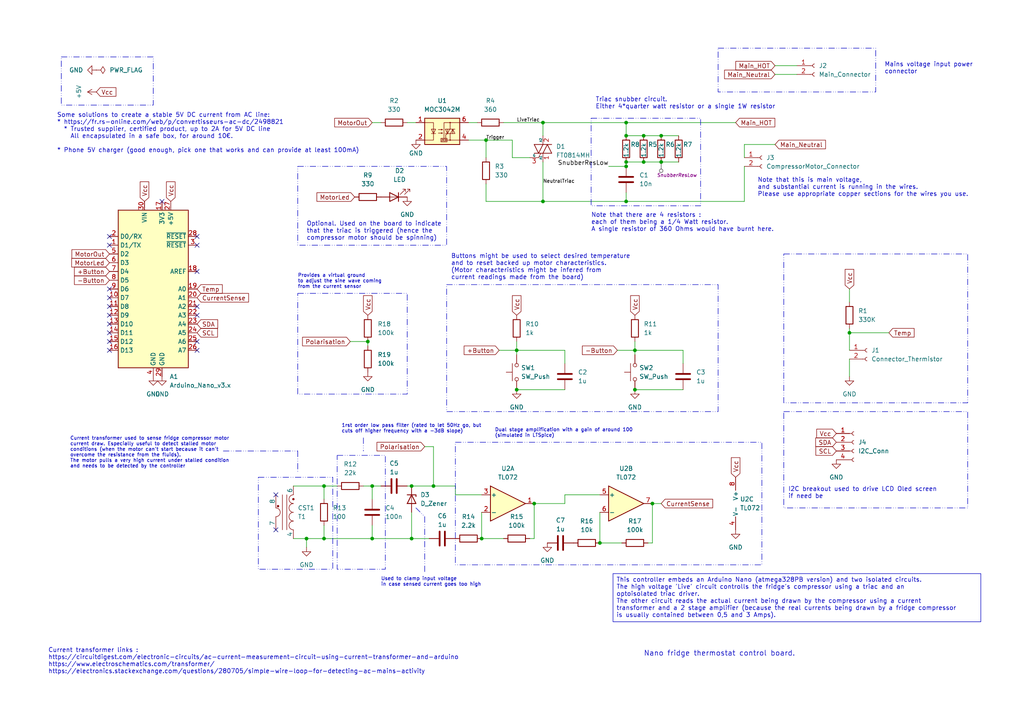
<source format=kicad_sch>
(kicad_sch (version 20230121) (generator eeschema)
  (paper "A4")
  (lib_symbols
    (symbol "Amplifier_Operational:TL072" (pin_names (offset 0.127))
      (property "Reference" "U" (at 0 5.08 0))
      (property "Value" "TL072" (at 0 -5.08 0))
      (symbol "TL072_1_1"
        (polyline (pts (xy -5.08 5.08) (xy 5.08 0) (xy -5.08 -5.08) (xy -5.08 5.08)) (stroke (width 0.254)) (fill (type background)))
        (pin output line (at 7.62 0 180) (length 2.54) (name "~") (number "1"))
        (pin input line (at -7.62 -2.54 0) (length 2.54) (name "-") (number "2"))
        (pin input line (at -7.62 2.54 0) (length 2.54) (name "+") (number "3"))
      )
      (symbol "TL072_2_1"
        (polyline (pts (xy -5.08 5.08) (xy 5.08 0) (xy -5.08 -5.08) (xy -5.08 5.08)) (stroke (width 0.254)) (fill (type background)))
        (pin input line (at -7.62 2.54 0) (length 2.54) (name "+") (number "5"))
        (pin input line (at -7.62 -2.54 0) (length 2.54) (name "-") (number "6"))
        (pin output line (at 7.62 0 180) (length 2.54) (name "~") (number "7"))
      )
      (symbol "TL072_3_1"
        (pin power_in line (at -2.54 -7.62 90) (length 3.81) (name "V-") (number "4"))
        (pin power_in line (at -2.54 7.62 270) (length 3.81) (name "V+") (number "8"))
      )
    )
    (symbol "Connector:Conn_01x02_Socket" (pin_names (offset 1.016) hide)
      (property "Reference" "J" (at 0 2.54 0))
      (property "Value" "Conn_01x02_Socket" (at 0 -5.08 0))
      (symbol "Conn_01x02_Socket_1_1"
        (arc (start 0 -2.032) (mid -0.5058 -2.54) (end 0 -3.048) (stroke (width 0.1524)))
        (polyline (pts (xy -1.27 -2.54) (xy -0.508 -2.54)) (stroke (width 0.1524)))
        (polyline (pts (xy -1.27 0) (xy -0.508 0)) (stroke (width 0.1524)))
        (arc (start 0 0.508) (mid -0.5058 0) (end 0 -0.508) (stroke (width 0.1524)))
        (pin passive line (at -5.08 0 0) (length 3.81) (name "Pin_1") (number "1"))
        (pin passive line (at -5.08 -2.54 0) (length 3.81) (name "Pin_2") (number "2"))
      )
    )
    (symbol "Connector:Conn_01x04_Socket" (pin_names (offset 1.016) hide)
      (property "Reference" "J" (at 0 5.08 0))
      (property "Value" "Conn_01x04_Socket" (at 0 -7.62 0))
      (symbol "Conn_01x04_Socket_1_1"
        (arc (start 0 -4.572) (mid -0.5058 -5.08) (end 0 -5.588) (stroke (width 0.1524)))
        (arc (start 0 -2.032) (mid -0.5058 -2.54) (end 0 -3.048) (stroke (width 0.1524)))
        (polyline (pts (xy -1.27 -5.08) (xy -0.508 -5.08)) (stroke (width 0.1524)))
        (polyline (pts (xy -1.27 -2.54) (xy -0.508 -2.54)) (stroke (width 0.1524)))
        (polyline (pts (xy -1.27 0) (xy -0.508 0)) (stroke (width 0.1524)))
        (polyline (pts (xy -1.27 2.54) (xy -0.508 2.54)) (stroke (width 0.1524)))
        (arc (start 0 0.508) (mid -0.5058 0) (end 0 -0.508) (stroke (width 0.1524)))
        (arc (start 0 3.048) (mid -0.5058 2.54) (end 0 2.032) (stroke (width 0.1524)))
        (pin passive line (at -5.08 2.54 0) (length 3.81) (name "Pin_1") (number "1"))
        (pin passive line (at -5.08 0 0) (length 3.81) (name "Pin_2") (number "2"))
        (pin passive line (at -5.08 -2.54 0) (length 3.81) (name "Pin_3") (number "3"))
        (pin passive line (at -5.08 -5.08 0) (length 3.81) (name "Pin_4") (number "4"))
      )
    )
    (symbol "Device:C" (pin_numbers hide) (pin_names (offset 0.254))
      (property "Reference" "C" (at 0.635 2.54 0))
      (property "Value" "C" (at 0.635 -2.54 0))
      (symbol "C_0_1"
        (polyline (pts (xy -2.032 -0.762) (xy 2.032 -0.762)) (stroke (width 0.508)))
        (polyline (pts (xy -2.032 0.762) (xy 2.032 0.762)) (stroke (width 0.508)))
      )
      (symbol "C_1_1"
        (pin passive line (at 0 3.81 270) (length 2.794) (name "~") (number "1"))
        (pin passive line (at 0 -3.81 90) (length 2.794) (name "~") (number "2"))
      )
    )
    (symbol "Device:D_Zener" (pin_numbers hide) (pin_names (offset 1.016) hide)
      (property "Reference" "D" (at 0 2.54 0))
      (property "Value" "D_Zener" (at 0 -2.54 0))
      (symbol "D_Zener_0_1"
        (polyline (pts (xy 1.27 0) (xy -1.27 0)))
        (polyline (pts (xy -1.27 -1.27) (xy -1.27 1.27) (xy -0.762 1.27)) (stroke (width 0.254)))
        (polyline (pts (xy 1.27 -1.27) (xy 1.27 1.27) (xy -1.27 0) (xy 1.27 -1.27)) (stroke (width 0.254)))
      )
      (symbol "D_Zener_1_1"
        (pin passive line (at -3.81 0 0) (length 2.54) (name "K") (number "1"))
        (pin passive line (at 3.81 0 180) (length 2.54) (name "A") (number "2"))
      )
    )
    (symbol "Device:LED" (pin_numbers hide) (pin_names (offset 1.016) hide)
      (property "Reference" "D" (at 0 2.54 0))
      (property "Value" "LED" (at 0 -2.54 0))
      (symbol "LED_0_1"
        (polyline (pts (xy -1.27 -1.27) (xy -1.27 1.27)) (stroke (width 0.254)))
        (polyline (pts (xy -1.27 0) (xy 1.27 0)))
        (polyline (pts (xy 1.27 -1.27) (xy 1.27 1.27) (xy -1.27 0) (xy 1.27 -1.27)) (stroke (width 0.254)))
        (polyline (pts (xy -3.048 -0.762) (xy -4.572 -2.286) (xy -3.81 -2.286) (xy -4.572 -2.286) (xy -4.572 -1.524)))
        (polyline (pts (xy -1.778 -0.762) (xy -3.302 -2.286) (xy -2.54 -2.286) (xy -3.302 -2.286) (xy -3.302 -1.524)))
      )
      (symbol "LED_1_1"
        (pin passive line (at -3.81 0 0) (length 2.54) (name "K") (number "1"))
        (pin passive line (at 3.81 0 180) (length 2.54) (name "A") (number "2"))
      )
    )
    (symbol "Device:Q_TRIAC_A1A2G" (pin_names (offset 0))
      (property "Reference" "D" (at 3.175 0.635 0))
      (property "Value" "Q_TRIAC_A1A2G" (at 3.175 -1.27 0))
      (symbol "Q_TRIAC_A1A2G_0_1"
        (polyline (pts (xy -2.54 -1.27) (xy 2.54 -1.27)) (stroke (width 0.2032)))
        (polyline (pts (xy -2.54 1.27) (xy 2.54 1.27)) (stroke (width 0.2032)))
        (polyline (pts (xy -1.27 -2.54) (xy -0.635 -1.27)))
        (polyline (pts (xy -2.54 1.27) (xy -1.27 -1.27) (xy 0 1.27)) (stroke (width 0.2032)))
        (polyline (pts (xy 0 -1.27) (xy 1.27 1.27) (xy 2.54 -1.27)) (stroke (width 0.2032)))
      )
      (symbol "Q_TRIAC_A1A2G_1_1"
        (pin passive line (at 0 -3.81 90) (length 2.54) (name "A1") (number "1"))
        (pin passive line (at 0 3.81 270) (length 2.54) (name "A2") (number "2"))
        (pin input line (at -3.81 -2.54 0) (length 2.54) (name "G") (number "3"))
      )
    )
    (symbol "Device:R" (pin_numbers hide) (pin_names (offset 0))
      (property "Reference" "R" (at 2.032 0 90))
      (property "Value" "R" (at 0 0 90))
      (symbol "R_0_1"
        (rectangle (start -1.016 -2.54) (end 1.016 2.54) (stroke (width 0.254)))
      )
      (symbol "R_1_1"
        (pin passive line (at 0 3.81 270) (length 1.27) (name "~") (number "1"))
        (pin passive line (at 0 -3.81 90) (length 1.27) (name "~") (number "2"))
      )
    )
    (symbol "MCU_Module:Arduino_Nano_v3.x"
      (property "Reference" "A" (at -10.16 23.495 0))
      (property "Value" "Arduino_Nano_v3.x" (at 5.08 -24.13 0))
      (symbol "Arduino_Nano_v3.x_0_1"
        (rectangle (start -10.16 22.86) (end 10.16 -22.86) (stroke (width 0.254)) (fill (type background)))
      )
      (symbol "Arduino_Nano_v3.x_1_1"
        (pin bidirectional line (at -12.7 12.7 0) (length 2.54) (name "D1/TX") (number "1"))
        (pin bidirectional line (at -12.7 -2.54 0) (length 2.54) (name "D7") (number "10"))
        (pin bidirectional line (at -12.7 -5.08 0) (length 2.54) (name "D8") (number "11"))
        (pin bidirectional line (at -12.7 -7.62 0) (length 2.54) (name "D9") (number "12"))
        (pin bidirectional line (at -12.7 -10.16 0) (length 2.54) (name "D10") (number "13"))
        (pin bidirectional line (at -12.7 -12.7 0) (length 2.54) (name "D11") (number "14"))
        (pin bidirectional line (at -12.7 -15.24 0) (length 2.54) (name "D12") (number "15"))
        (pin bidirectional line (at -12.7 -17.78 0) (length 2.54) (name "D13") (number "16"))
        (pin power_out line (at 2.54 25.4 270) (length 2.54) (name "3V3") (number "17"))
        (pin input line (at 12.7 5.08 180) (length 2.54) (name "AREF") (number "18"))
        (pin bidirectional line (at 12.7 0 180) (length 2.54) (name "A0") (number "19"))
        (pin bidirectional line (at -12.7 15.24 0) (length 2.54) (name "D0/RX") (number "2"))
        (pin bidirectional line (at 12.7 -2.54 180) (length 2.54) (name "A1") (number "20"))
        (pin bidirectional line (at 12.7 -5.08 180) (length 2.54) (name "A2") (number "21"))
        (pin bidirectional line (at 12.7 -7.62 180) (length 2.54) (name "A3") (number "22"))
        (pin bidirectional line (at 12.7 -10.16 180) (length 2.54) (name "A4") (number "23"))
        (pin bidirectional line (at 12.7 -12.7 180) (length 2.54) (name "A5") (number "24"))
        (pin bidirectional line (at 12.7 -15.24 180) (length 2.54) (name "A6") (number "25"))
        (pin bidirectional line (at 12.7 -17.78 180) (length 2.54) (name "A7") (number "26"))
        (pin power_out line (at 5.08 25.4 270) (length 2.54) (name "+5V") (number "27"))
        (pin input line (at 12.7 15.24 180) (length 2.54) (name "~{RESET}") (number "28"))
        (pin power_in line (at 2.54 -25.4 90) (length 2.54) (name "GND") (number "29"))
        (pin input line (at 12.7 12.7 180) (length 2.54) (name "~{RESET}") (number "3"))
        (pin power_in line (at -2.54 25.4 270) (length 2.54) (name "VIN") (number "30"))
        (pin power_in line (at 0 -25.4 90) (length 2.54) (name "GND") (number "4"))
        (pin bidirectional line (at -12.7 10.16 0) (length 2.54) (name "D2") (number "5"))
        (pin bidirectional line (at -12.7 7.62 0) (length 2.54) (name "D3") (number "6"))
        (pin bidirectional line (at -12.7 5.08 0) (length 2.54) (name "D4") (number "7"))
        (pin bidirectional line (at -12.7 2.54 0) (length 2.54) (name "D5") (number "8"))
        (pin bidirectional line (at -12.7 0 0) (length 2.54) (name "D6") (number "9"))
      )
    )
    (symbol "Relay_SolidState:MOC3042M"
      (property "Reference" "U" (at -5.08 5.08 0))
      (property "Value" "MOC3042M" (at 0 5.08 0))
      (symbol "MOC3042M_0_0"
        (rectangle (start -0.381 -2.032) (end 1.397 -3.048))
        (polyline (pts (xy 2.286 -2.54) (xy 1.397 -2.54)))
        (polyline (pts (xy 1.524 -0.635) (xy 1.016 -1.016) (xy 1.016 -2.032)))
        (text "ZCD" (at 0.508 -2.54 0) (effects (font (size 0.508 0.508))))
      )
      (symbol "MOC3042M_0_1"
        (rectangle (start -5.08 3.81) (end 5.08 -3.81) (stroke (width 0.254)) (fill (type background)))
        (polyline (pts (xy -3.175 -0.635) (xy -1.905 -0.635)))
        (polyline (pts (xy 1.524 -0.635) (xy 1.524 0.635)))
        (polyline (pts (xy 3.048 0.635) (xy 3.048 -0.635)))
        (polyline (pts (xy 2.286 -0.635) (xy 2.286 -2.54) (xy 5.08 -2.54)))
        (polyline (pts (xy 2.286 0.635) (xy 2.286 2.54) (xy 5.08 2.54)))
        (polyline (pts (xy 2.286 2.54) (xy 0.508 2.54) (xy 0.508 -2.032)))
        (polyline (pts (xy -5.08 2.54) (xy -2.54 2.54) (xy -2.54 -2.54) (xy -5.08 -2.54)))
        (polyline (pts (xy -2.54 -0.635) (xy -3.175 0.635) (xy -1.905 0.635) (xy -2.54 -0.635)))
        (polyline (pts (xy 0.889 -0.635) (xy 3.683 -0.635) (xy 3.048 0.635) (xy 2.413 -0.635)))
        (polyline (pts (xy 3.683 0.635) (xy 0.889 0.635) (xy 1.524 -0.635) (xy 2.159 0.635)))
        (polyline (pts (xy -1.143 -0.508) (xy 0.127 -0.508) (xy -0.254 -0.635) (xy -0.254 -0.381) (xy 0.127 -0.508)))
        (polyline (pts (xy -1.143 0.508) (xy 0.127 0.508) (xy -0.254 0.381) (xy -0.254 0.635) (xy 0.127 0.508)))
        (circle (center 2.286 -2.54) (radius 0.127))
        (circle (center 2.286 2.54) (radius 0.127))
      )
      (symbol "MOC3042M_1_1"
        (pin passive line (at -7.62 2.54 0) (length 2.54) (name "~") (number "1"))
        (pin passive line (at -7.62 -2.54 0) (length 2.54) (name "~") (number "2"))
        (pin no_connect line (at -5.08 0 0) (length 2.54) hide (name "NC") (number "3"))
        (pin passive line (at 7.62 -2.54 180) (length 2.54) (name "~") (number "4"))
        (pin no_connect line (at 5.08 0 180) (length 2.54) hide (name "NC") (number "5"))
        (pin passive line (at 7.62 2.54 180) (length 2.54) (name "~") (number "6"))
      )
    )
    (symbol "Switch:SW_Push" (pin_numbers hide) (pin_names (offset 1.016) hide)
      (property "Reference" "SW" (at 1.27 2.54 0))
      (property "Value" "SW_Push" (at 0 -1.524 0))
      (symbol "SW_Push_0_1"
        (circle (center -2.032 0) (radius 0.508))
        (polyline (pts (xy 0 1.27) (xy 0 3.048)))
        (polyline (pts (xy 2.54 1.27) (xy -2.54 1.27)))
        (circle (center 2.032 0) (radius 0.508))
        (pin passive line (at -5.08 0 0) (length 2.54) (name "1") (number "1"))
        (pin passive line (at 5.08 0 180) (length 2.54) (name "2") (number "2"))
      )
    )
    (symbol "Transformer:CST1" (pin_numbers hide) (pin_names (offset 0))
      (property "Reference" "T" (at 0 6.35 0))
      (property "Value" "CST1" (at 0 -1.27 0))
      (symbol "CST1_0_1"
        (circle (center -3.81 0) (radius 0.254) (fill (type outline)))
        (arc (start -2.54 0) (mid -3.81 1.2645) (end -5.08 0))
        (circle (center -1.778 4.445) (radius 0.254) (fill (type outline)))
        (arc (start -1.27 5.08) (mid 0 3.8155) (end 1.27 5.08))
        (arc (start 0 0) (mid -1.27 1.2645) (end -2.54 0))
        (polyline (pts (xy -5.08 1.905) (xy 5.08 1.905)))
        (polyline (pts (xy -5.08 3.175) (xy 5.08 3.175)))
        (arc (start 2.54 0) (mid 1.27 1.2645) (end 0 0))
        (arc (start 5.08 0) (mid 3.81 1.2645) (end 2.54 0))
        (pin passive line (at 7.62 0 180) (length 2.54) (name "4") (number "4"))
        (pin passive line (at -7.62 0 0) (length 2.54) (name "6") (number "6"))
        (pin passive line (at 5.08 5.08 180) (length 3.81) (name "7") (number "7"))
        (pin passive line (at -5.08 5.08 0) (length 3.81) (name "8") (number "8"))
      )
      (symbol "CST1_1_1"
        (pin no_connect line (at 2.54 0 180) (length 2.54) hide (name "1") (number "1"))
        (pin no_connect line (at -2.54 0 0) (length 2.54) hide (name "2") (number "2"))
        (pin no_connect line (at 2.54 5.08 180) (length 2.54) hide (name "3") (number "3"))
        (pin no_connect line (at -2.54 5.08 0) (length 2.54) hide (name "5") (number "5"))
      )
    )
    (symbol "power:+5V" (power) (pin_names (offset 0))
      (property "Value" "+5V" (at 0 3.556 0))
      (symbol "+5V_0_1"
        (polyline (pts (xy -0.762 1.27) (xy 0 2.54)))
        (polyline (pts (xy 0 0) (xy 0 2.54)))
        (polyline (pts (xy 0 2.54) (xy 0.762 1.27)))
      )
      (symbol "+5V_1_1"
        (pin power_in line (at 0 0 90) (length 0) hide (name "+5V") (number "1"))
      )
    )
    (symbol "power:GND" (power) (pin_names (offset 0))
      (property "Value" "GND" (at 0 -3.81 0))
      (symbol "GND_0_1"
        (polyline (pts (xy 0 0) (xy 0 -1.27) (xy 1.27 -1.27) (xy 0 -2.54) (xy -1.27 -1.27) (xy 0 -1.27)))
      )
      (symbol "GND_1_1"
        (pin power_in line (at 0 0 270) (length 0) hide (name "GND") (number "1"))
      )
    )
    (symbol "power:PWR_FLAG" (power) (pin_numbers hide) (pin_names (offset 0) hide)
      (property "Value" "PWR_FLAG" (at 0 3.81 0))
      (symbol "PWR_FLAG_0_0"
        (pin power_out line (at 0 0 90) (length 0) (name "pwr") (number "1"))
      )
      (symbol "PWR_FLAG_0_1"
        (polyline (pts (xy 0 0) (xy 0 1.27) (xy -1.016 1.905) (xy 0 2.54) (xy 1.016 1.905) (xy 0 1.27)))
      )
    )
  )
  (junction (at 191.77 46.99))
  (junction (at 157.48 58.42))
  (junction (at 149.86 113.03))
  (junction (at 88.9 156.21))
  (junction (at 186.69 39.37))
  (junction (at 119.38 156.21))
  (junction (at 157.48 35.56))
  (junction (at 184.15 113.03))
  (junction (at 125.73 140.97))
  (junction (at 191.77 39.37))
  (junction (at 181.61 46.99))
  (junction (at 181.61 39.37))
  (junction (at 107.95 140.97))
  (junction (at 106.68 99.06))
  (junction (at 181.61 48.26))
  (junction (at 149.86 101.6))
  (junction (at 93.98 140.97))
  (junction (at 119.38 140.97))
  (junction (at 139.7 156.21))
  (junction (at 189.23 146.05))
  (junction (at 93.98 156.21))
  (junction (at 107.95 156.21))
  (junction (at 181.61 35.56))
  (junction (at 246.38 96.52))
  (junction (at 154.94 146.05))
  (junction (at 140.97 40.64))
  (junction (at 186.69 46.99))
  (junction (at 184.15 101.6))
  (junction (at 173.99 157.48))
  (junction (at 181.61 58.42))
  (no_connect (at 31.75 96.52))
  (no_connect (at 57.15 99.06))
  (no_connect (at 57.15 78.74))
  (no_connect (at 57.15 71.12))
  (no_connect (at 57.15 101.6))
  (no_connect (at 31.75 99.06))
  (no_connect (at 31.75 101.6))
  (no_connect (at 31.75 93.98))
  (no_connect (at 31.75 88.9))
  (no_connect (at 80.01 153.67))
  (no_connect (at 31.75 71.12))
  (no_connect (at 57.15 88.9))
  (no_connect (at 31.75 83.82))
  (no_connect (at 46.99 58.42))
  (no_connect (at 31.75 86.36))
  (no_connect (at 57.15 68.58))
  (no_connect (at 80.01 143.51))
  (no_connect (at 31.75 91.44))
  (no_connect (at 31.75 68.58))
  (no_connect (at 57.15 91.44))
  (wire (pts (xy 93.98 140.97) (xy 97.79 140.97)))
  (wire (pts (xy 88.9 156.21) (xy 88.9 158.75)))
  (wire (pts (xy 181.61 58.42) (xy 215.9 58.42)))
  (wire (pts (xy 224.79 21.59) (xy 231.14 21.59)))
  (wire (pts (xy 186.69 39.37) (xy 191.77 39.37)))
  (wire (pts (xy 153.67 45.72) (xy 148.59 45.72)))
  (wire (pts (xy 93.98 156.21) (xy 107.95 156.21)))
  (wire (pts (xy 181.61 35.56) (xy 213.36 35.56)))
  (wire (pts (xy 198.12 101.6) (xy 184.15 101.6)))
  (polyline (pts (xy 123.19 149.86) (xy 123.19 166.37)) (stroke (width 0) (type dash_dot_dot)))
  (wire (pts (xy 107.95 156.21) (xy 119.38 156.21)))
  (wire (pts (xy 135.89 40.64) (xy 140.97 40.64)))
  (wire (pts (xy 85.09 140.97) (xy 93.98 140.97)))
  (wire (pts (xy 157.48 58.42) (xy 157.48 46.99)))
  (wire (pts (xy 181.61 35.56) (xy 181.61 39.37)))
  (polyline (pts (xy 86.36 130.81) (xy 86.36 137.16)) (stroke (width 0) (type dash_dot_dot)))
  (wire (pts (xy 140.97 53.34) (xy 140.97 58.42)))
  (wire (pts (xy 144.78 101.6) (xy 149.86 101.6)))
  (wire (pts (xy 148.59 45.72) (xy 148.59 40.64)))
  (wire (pts (xy 85.09 156.21) (xy 88.9 156.21)))
  (wire (pts (xy 118.11 140.97) (xy 119.38 140.97)))
  (wire (pts (xy 119.38 156.21) (xy 124.46 156.21)))
  (wire (pts (xy 224.79 19.05) (xy 231.14 19.05)))
  (wire (pts (xy 140.97 58.42) (xy 157.48 58.42)))
  (wire (pts (xy 88.9 156.21) (xy 93.98 156.21)))
  (wire (pts (xy 184.15 113.03) (xy 198.12 113.03)))
  (polyline (pts (xy 120.65 147.32) (xy 123.19 149.86)) (stroke (width 0) (type dash_dot_dot)))
  (wire (pts (xy 135.89 35.56) (xy 138.43 35.56)))
  (wire (pts (xy 181.61 39.37) (xy 186.69 39.37)))
  (wire (pts (xy 184.15 99.06) (xy 184.15 101.6)))
  (wire (pts (xy 107.95 35.56) (xy 110.49 35.56)))
  (wire (pts (xy 186.69 46.99) (xy 191.77 46.99)))
  (wire (pts (xy 123.19 129.54) (xy 125.73 129.54)))
  (wire (pts (xy 246.38 96.52) (xy 246.38 101.6)))
  (wire (pts (xy 173.99 148.59) (xy 173.99 157.48)))
  (wire (pts (xy 125.73 129.54) (xy 125.73 140.97)))
  (wire (pts (xy 191.77 46.99) (xy 196.85 46.99)))
  (wire (pts (xy 157.48 35.56) (xy 157.48 39.37)))
  (wire (pts (xy 139.7 156.21) (xy 139.7 148.59)))
  (wire (pts (xy 157.48 58.42) (xy 181.61 58.42)))
  (wire (pts (xy 163.83 105.41) (xy 163.83 101.6)))
  (wire (pts (xy 148.59 40.64) (xy 140.97 40.64)))
  (wire (pts (xy 163.83 143.51) (xy 173.99 143.51)))
  (wire (pts (xy 105.41 140.97) (xy 107.95 140.97)))
  (wire (pts (xy 163.83 146.05) (xy 163.83 143.51)))
  (wire (pts (xy 140.97 40.64) (xy 140.97 45.72)))
  (wire (pts (xy 149.86 101.6) (xy 149.86 102.87)))
  (wire (pts (xy 246.38 96.52) (xy 257.81 96.52)))
  (wire (pts (xy 101.6 99.06) (xy 106.68 99.06)))
  (wire (pts (xy 246.38 83.82) (xy 246.38 87.63)))
  (wire (pts (xy 246.38 104.14) (xy 246.38 109.22)))
  (wire (pts (xy 163.83 101.6) (xy 149.86 101.6)))
  (polyline (pts (xy 64.77 130.81) (xy 86.36 130.81)) (stroke (width 0) (type dash_dot_dot)))
  (wire (pts (xy 215.9 45.72) (xy 215.9 41.91)))
  (wire (pts (xy 179.07 101.6) (xy 184.15 101.6)))
  (wire (pts (xy 132.08 140.97) (xy 132.08 143.51)))
  (wire (pts (xy 181.61 46.99) (xy 186.69 46.99)))
  (wire (pts (xy 118.11 35.56) (xy 120.65 35.56)))
  (wire (pts (xy 215.9 58.42) (xy 215.9 48.26)))
  (wire (pts (xy 189.23 146.05) (xy 191.77 146.05)))
  (polyline (pts (xy 105.41 127) (xy 105.41 130.81)) (stroke (width 0) (type dash_dot_dot)))
  (wire (pts (xy 149.86 113.03) (xy 163.83 113.03)))
  (wire (pts (xy 153.67 156.21) (xy 154.94 156.21)))
  (wire (pts (xy 149.86 99.06) (xy 149.86 101.6)))
  (wire (pts (xy 154.94 156.21) (xy 154.94 146.05)))
  (wire (pts (xy 198.12 105.41) (xy 198.12 101.6)))
  (wire (pts (xy 215.9 41.91) (xy 224.79 41.91)))
  (wire (pts (xy 154.94 146.05) (xy 163.83 146.05)))
  (wire (pts (xy 181.61 46.99) (xy 181.61 48.26)))
  (wire (pts (xy 191.77 39.37) (xy 196.85 39.37)))
  (wire (pts (xy 184.15 101.6) (xy 184.15 102.87)))
  (wire (pts (xy 106.68 99.06) (xy 106.68 100.33)))
  (wire (pts (xy 93.98 140.97) (xy 93.98 144.78)))
  (wire (pts (xy 125.73 140.97) (xy 132.08 140.97)))
  (wire (pts (xy 107.95 140.97) (xy 110.49 140.97)))
  (wire (pts (xy 93.98 152.4) (xy 93.98 156.21)))
  (wire (pts (xy 132.08 143.51) (xy 139.7 143.51)))
  (wire (pts (xy 107.95 152.4) (xy 107.95 156.21)))
  (wire (pts (xy 146.05 156.21) (xy 139.7 156.21)))
  (wire (pts (xy 180.34 157.48) (xy 173.99 157.48)))
  (wire (pts (xy 181.61 55.88) (xy 181.61 58.42)))
  (wire (pts (xy 176.53 48.26) (xy 181.61 48.26)))
  (wire (pts (xy 189.23 146.05) (xy 189.23 157.48)))
  (wire (pts (xy 146.05 35.56) (xy 157.48 35.56)))
  (wire (pts (xy 119.38 148.59) (xy 119.38 156.21)))
  (wire (pts (xy 246.38 95.25) (xy 246.38 96.52)))
  (wire (pts (xy 187.96 157.48) (xy 189.23 157.48)))
  (wire (pts (xy 107.95 140.97) (xy 107.95 144.78)))
  (wire (pts (xy 157.48 35.56) (xy 181.61 35.56)))
  (wire (pts (xy 119.38 140.97) (xy 125.73 140.97)))
  (rectangle (start 86.36 85.09) (end 118.11 114.3) (stroke (width 0) (type dash_dot_dot)))
  (rectangle (start 171.45 34.29) (end 203.2 59.69) (stroke (width 0) (type dash_dot_dot)))
  (rectangle (start 17.78 16.51) (end 44.45 30.48) (stroke (width 0) (type dash_dot_dot)))
  (rectangle (start 129.54 82.55) (end 208.28 119.38) (stroke (width 0) (type dash_dot_dot)))
  (rectangle (start 86.36 48.26) (end 129.54 71.12) (stroke (width 0) (type dash_dot_dot)))
  (rectangle (start 227.33 73.66) (end 280.67 116.84) (stroke (width 0) (type dash_dot_dot)))
  (rectangle (start 227.33 119.38) (end 280.67 147.32) (stroke (width 0) (type dash_dot_dot)))
  (rectangle (start 74.93 138.43) (end 96.52 165.1) (stroke (width 0) (type dash_dot_dot)))
  (rectangle (start 97.79 132.08) (end 111.76 165.1) (stroke (width 0) (type dash_dot_dot)))
  (rectangle (start 208.28 13.97) (end 254 26.67) (stroke (width 0) (type dash_dot_dot)))
  (rectangle (start 132.08 128.27) (end 220.98 163.83) (stroke (width 0) (type dash_dot_dot)))
  (text_box "This controller embeds an Arduino Nano (atmega328PB version) and two isolated circuits.\nThe high voltage 'Live' circuit controlls the fridge's compressor using a triac and an \noptoisolated triac driver. \nThe other circuit reads the actual current being drawn by the compressor using a current \ntransformer and a 2 stage amplifier (because the real currents being drawn by a fridge compressor\nis usually contained between 0,5 and 3 Amps)." (at 177.8 166.37 0) (size 106.68 13.97) (effects (font (size 1.27 1.27)) (justify left top)))
  (text "Current transformer used to sense fridge compressor motor \ncurrent draw. Especially useful to detect stalled motor\nconditions (when the motor can't start because it can't\novercome the resistance from the fluids).\nThe motor pulls a very high current under stalled condition\nand needs to be detected by the controller" (at 20.32 135.89 0) (effects (font (size 1 1)) (justify left bottom)))
  (text "Dual stage amplification with a gain of around 100 \n(simulated in LTSpice)" (at 143.51 127 0) (effects (font (size 1 1)) (justify left bottom)))
  (text "Note that this is main voltage, \nand substantial current is running in the wires.\nPlease use appropriate copper sections for the wires you use." (at 219.71 57.15 0) (effects (font (size 1.27 1.27)) (justify left bottom)))
  (text "Provides a virtual ground \nto adjust the sine wave coming \nfrom the current sensor" (at 86.36 83.82 0) (effects (font (size 1 1)) (justify left bottom)))
  (text "Nano fridge thermostat control board." (at 186.69 190.5 0) (effects (font (size 1.5 1.5)) (justify left bottom)))
  (text "1rst order low pass filter (rated to let 50Hz go, but \ncuts off higher frequency with a -3dB slope)" (at 99.06 125.73 0) (effects (font (size 1 1)) (justify left bottom)))
  (text "Optional. Used on the board to indicate \nthat the triac is triggered (hence the \ncompressor motor should be spinning)" (at 88.9 69.85 0) (effects (font (size 1.27 1.27)) (justify left bottom)))
  (text "Some solutions to create a stable 5V DC current from AC line:\n* https://fr.rs-online.com/web/p/convertisseurs-ac-dc/2498821\n  * Trusted supplier, certified product, up to 2A for 5V DC line\n    All encapsulated in a safe box, for around 10€.\n\n* Phone 5V charger (good enough, pick one that works and can provide at least 100mA)\n" (at 16.51 44.45 0) (effects (font (size 1.27 1.27)) (justify left bottom)))
  (text "Buttons might be used to select desired temperature\nand to reset backed up motor characteristics.\n(Motor characteristics might be infered from \ncurrent readings made from the board)" (at 130.81 81.28 0) (effects (font (size 1.27 1.27)) (justify left bottom)))
  (text "Note that there are 4 resistors :\neach of them being a 1/4 Watt resistor.\nA single resistor of 360 Ohms would have burnt here." (at 171.45 67.31 0) (effects (font (size 1.27 1.27)) (justify left bottom)))
  (text "Mains voltage input power\nconnector" (at 256.54 21.59 0) (effects (font (size 1.27 1.27)) (justify left bottom)))
  (text "I2C breakout used to drive LCD Oled screen\nif need be" (at 228.6 144.78 0) (effects (font (size 1.27 1.27)) (justify left bottom)))
  (text "Triac snubber circuit.\nEither 4*quarter watt resistor or a single 1W resistor" (at 172.72 31.75 0) (effects (font (size 1.27 1.27)) (justify left bottom)))
  (text "Used to clamp input voltage\nin case sensed current goes too high" (at 110.49 170.18 0) (effects (font (size 1 1)) (justify left bottom)))
  (text "Current transformer links :\nhttps://circuitdigest.com/electronic-circuits/ac-current-measurement-circuit-using-current-transformer-and-arduino\nhttps://www.electroschematics.com/transformer/\nhttps://electronics.stackexchange.com/questions/280705/simple-wire-loop-for-detecting-ac-mains-activity" (at 13.97 195.58 0) (effects (font (size 1.27 1.27)) (justify left bottom)))
  (label "Trigger" (at 140.97 40.64 0) (effects (font (size 1 1))))
  (label "SnubberResLow" (at 176.53 48.26 180))
  (label "NeutralTriac" (at 157.48 53.34 0) (effects (font (size 1 1))))
  (label "LiveTriac" (at 149.86 35.56 0) (effects (font (size 1 1))))
  (global_label "Polarisation" (shape input) (at 101.6 99.06 180) (property "Intersheetrefs" "${INTERSHEET_REFS}" (effects hide)))
  (global_label "SDA" (shape input) (at 57.15 93.98 0) (property "Intersheetrefs" "${INTERSHEET_REFS}" (effects hide)))
  (global_label "+Button" (shape input) (at 31.75 78.74 180) (property "Intersheetrefs" "${INTERSHEET_REFS}" (effects hide)))
  (global_label "SDA" (shape input) (at 242.57 128.27 180) (property "Intersheetrefs" "${INTERSHEET_REFS}" (effects hide)))
  (global_label "MotorLed" (shape input) (at 102.87 57.15 180) (property "Intersheetrefs" "${INTERSHEET_REFS}" (effects hide)))
  (global_label "Main_HOT" (shape input) (at 224.79 19.05 180) (property "Intersheetrefs" "${INTERSHEET_REFS}" (effects hide)))
  (global_label "SCL" (shape input) (at 57.15 96.52 0) (property "Intersheetrefs" "${INTERSHEET_REFS}" (effects hide)))
  (global_label "MotorOut" (shape input) (at 107.95 35.56 180) (property "Intersheetrefs" "${INTERSHEET_REFS}" (effects hide)))
  (global_label "MotorOut" (shape input) (at 31.75 73.66 180) (property "Intersheetrefs" "${INTERSHEET_REFS}" (effects hide)))
  (global_label "CurrentSense" (shape input) (at 57.15 86.36 0) (property "Intersheetrefs" "${INTERSHEET_REFS}" (effects hide)))
  (global_label "CurrentSense" (shape input) (at 191.77 146.05 0) (property "Intersheetrefs" "${INTERSHEET_REFS}" (effects hide)))
  (global_label "Vcc" (shape input) (at 246.38 83.82 90) (property "Intersheetrefs" "${INTERSHEET_REFS}" (effects hide)))
  (global_label "SCL" (shape input) (at 242.57 130.81 180) (property "Intersheetrefs" "${INTERSHEET_REFS}" (effects hide)))
  (global_label "Main_Neutral" (shape input) (at 224.79 41.91 0) (property "Intersheetrefs" "${INTERSHEET_REFS}" (effects hide)))
  (global_label "Vcc" (shape input) (at 149.86 91.44 90) (property "Intersheetrefs" "${INTERSHEET_REFS}" (effects hide)))
  (global_label "Vcc" (shape input) (at 49.53 58.42 90) (property "Intersheetrefs" "${INTERSHEET_REFS}" (effects hide)))
  (global_label "Main_HOT" (shape input) (at 213.36 35.56 0) (property "Intersheetrefs" "${INTERSHEET_REFS}" (effects hide)))
  (global_label "-Button" (shape input) (at 31.75 81.28 180) (property "Intersheetrefs" "${INTERSHEET_REFS}" (effects hide)))
  (global_label "Vcc" (shape input) (at 27.94 26.67 0) (property "Intersheetrefs" "${INTERSHEET_REFS}" (effects hide)))
  (global_label "Polarisation" (shape input) (at 123.19 129.54 180) (property "Intersheetrefs" "${INTERSHEET_REFS}" (effects hide)))
  (global_label "Temp" (shape input) (at 257.81 96.52 0) (property "Intersheetrefs" "${INTERSHEET_REFS}" (effects hide)))
  (global_label "Vcc" (shape input) (at 213.36 138.43 90) (property "Intersheetrefs" "${INTERSHEET_REFS}" (effects hide)))
  (global_label "+Button" (shape input) (at 144.78 101.6 180) (property "Intersheetrefs" "${INTERSHEET_REFS}" (effects hide)))
  (global_label "Vcc" (shape input) (at 106.68 91.44 90) (property "Intersheetrefs" "${INTERSHEET_REFS}" (effects hide)))
  (global_label "Main_Neutral" (shape input) (at 224.79 21.59 180) (property "Intersheetrefs" "${INTERSHEET_REFS}" (effects hide)))
  (global_label "MotorLed" (shape input) (at 31.75 76.2 180) (property "Intersheetrefs" "${INTERSHEET_REFS}" (effects hide)))
  (global_label "Vcc" (shape input) (at 41.91 58.42 90) (property "Intersheetrefs" "${INTERSHEET_REFS}" (effects hide)))
  (global_label "Vcc" (shape input) (at 184.15 91.44 90) (property "Intersheetrefs" "${INTERSHEET_REFS}" (effects hide)))
  (global_label "Vcc" (shape input) (at 242.57 125.73 180) (property "Intersheetrefs" "${INTERSHEET_REFS}" (effects hide)))
  (global_label "Temp" (shape input) (at 57.15 83.82 0) (property "Intersheetrefs" "${INTERSHEET_REFS}" (effects hide)))
  (global_label "-Button" (shape input) (at 179.07 101.6 180) (property "Intersheetrefs" "${INTERSHEET_REFS}" (effects hide)))
  (netclass_flag "" (length 2.54) (shape round) (at 191.77 46.99 180) (property "Netclass" "SnubberResLow" (at 190.5 50.8 0) (effects (font (size 1 1) italic) (justify left))))
  (symbol (lib_id "power:GND") (at 106.68 107.95 0) (unit 1)
    (property "Reference" "#PWR012" (effects hide))
    (property "Value" "GND" (at 106.68 113.03 0))
  )
  (symbol (lib_id "Device:R") (at 246.38 91.44 0) (unit 1)
    (property "Reference" "R1" (at 248.92 90.17 0) (effects (justify left)))
    (property "Value" "330K" (at 248.92 92.71 0) (effects (justify left)))
    (property "Footprint" "Resistor_THT:R_Axial_DIN0207_L6.3mm_D2.5mm_P10.16mm_Horizontal" (effects hide))
  )
  (symbol (lib_id "Device:D_Zener") (at 119.38 144.78 270) (unit 1)
    (property "Reference" "D3" (at 121.92 143.51 90) (effects (justify left)))
    (property "Value" "D_Zener" (at 121.92 146.05 90) (effects (justify left)))
  )
  (symbol (lib_id "Device:C") (at 198.12 109.22 0) (unit 1)
    (property "Reference" "C3" (at 201.93 107.95 0) (effects (justify left)))
    (property "Value" "1u" (at 201.93 110.49 0) (effects (justify left)))
  )
  (symbol (lib_id "Device:C") (at 128.27 156.21 90) (unit 1)
    (property "Reference" "C6" (at 128.27 149.6361 90))
    (property "Value" "1u" (at 128.27 152.1761 90))
  )
  (symbol (lib_id "power:PWR_FLAG") (at 27.94 20.32 270) (unit 1)
    (property "Reference" "#FLG02" (effects hide))
    (property "Value" "PWR_FLAG" (at 31.75 20.32 90) (effects (justify left)))
  )
  (symbol (lib_id "Device:R") (at 106.68 57.15 90) (unit 1)
    (property "Reference" "R9" (at 106.68 50.8 90))
    (property "Value" "330" (at 106.68 53.34 90))
    (property "Footprint" "Resistor_THT:R_Axial_DIN0207_L6.3mm_D2.5mm_P10.16mm_Horizontal" (effects hide))
  )
  (symbol (lib_id "Device:C") (at 107.95 148.59 0) (unit 1)
    (property "Reference" "C4" (at 111.76 147.32 0) (effects (justify left)))
    (property "Value" "100n" (at 111.76 149.86 0) (effects (justify left)))
  )
  (symbol (lib_id "Relay_SolidState:MOC3042M") (at 128.27 38.1 0) (unit 1)
    (property "Reference" "U1" (at 128.27 29.21 0))
    (property "Value" "MOC3042M" (at 128.27 31.75 0))
    (property "Footprint" "Package_DIP:DIP-6_W7.62mm" (effects hide))
    (property "Datasheet" "https://www.onsemi.com/pub/Collateral/MOC3043M-D.pdf" (effects hide))
  )
  (symbol (lib_id "Device:R") (at 135.89 156.21 90) (unit 1)
    (property "Reference" "R14" (at 135.89 149.86 90))
    (property "Value" "2.2k" (at 135.89 152.4 90))
    (property "Footprint" "Resistor_THT:R_Axial_DIN0207_L6.3mm_D2.5mm_P10.16mm_Horizontal" (effects hide))
  )
  (symbol (lib_id "Connector:Conn_01x04_Socket") (at 247.65 128.27 0) (unit 1)
    (property "Reference" "J4" (at 248.92 128.27 0) (effects (justify left)))
    (property "Value" "I2C_Conn" (at 248.92 130.81 0) (effects (justify left)))
    (property "Footprint" "Connector_PinSocket_2.54mm:PinSocket_1x04_P2.54mm_Vertical" (effects hide))
  )
  (symbol (lib_id "Device:C") (at 162.56 157.48 90) (unit 1)
    (property "Reference" "C7" (at 162.56 150.9061 90))
    (property "Value" "1u" (at 162.56 153.4461 90))
  )
  (symbol (lib_id "power:GND") (at 44.45 109.22 0) (unit 1)
    (property "Reference" "#PWR02" (effects hide))
    (property "Value" "GND" (at 44.45 114.3 0))
  )
  (symbol (lib_id "Device:R") (at 191.77 43.18 180) (unit 1)
    (property "Reference" "R6" (at 193.04 41.91 0) (effects (justify right)))
    (property "Value" "1.2k" (at 191.77 45.72 90) (effects (justify right)))
    (property "Footprint" "Resistor_THT:R_Axial_DIN0207_L6.3mm_D2.5mm_P10.16mm_Horizontal" (effects hide))
  )
  (symbol (lib_id "power:GND") (at 149.86 113.03 0) (unit 1)
    (property "Reference" "#PWR08" (effects hide))
    (property "Value" "GND" (at 149.86 118.11 0))
  )
  (symbol (lib_id "Device:C") (at 181.61 52.07 0) (unit 1)
    (property "Reference" "C1" (at 185.42 50.8 0) (effects (justify left)))
    (property "Value" "10n" (at 185.42 53.34 0) (effects (justify left)))
    (property "Footprint" "Capacitor_THT:C_Rect_L13.0mm_W4.0mm_P10.00mm_FKS3_FKP3_MKS4" (effects hide))
  )
  (symbol (lib_id "Device:R") (at 149.86 156.21 90) (unit 1)
    (property "Reference" "R15" (at 149.86 149.86 90))
    (property "Value" "100k" (at 149.86 152.4 90))
    (property "Footprint" "Resistor_THT:R_Axial_DIN0207_L6.3mm_D2.5mm_P10.16mm_Horizontal" (effects hide))
  )
  (symbol (lib_id "Device:LED") (at 114.3 57.15 180) (unit 1)
    (property "Reference" "D2" (at 115.8875 49.53 0))
    (property "Value" "LED" (at 115.8875 52.07 0))
    (property "Footprint" "LED_THT:LED_D3.0mm" (effects hide))
  )
  (symbol (lib_id "Device:Q_TRIAC_A1A2G") (at 157.48 43.18 0) (unit 1)
    (property "Reference" "D1" (at 161.29 42.4942 0) (effects (justify left)))
    (property "Value" "FT0814MH" (at 161.29 45.0342 0) (effects (justify left)))
    (property "Footprint" "Package_TO_SOT_THT:TO-220-3_Vertical" (effects hide))
  )
  (symbol (lib_id "Device:R") (at 149.86 95.25 0) (unit 1)
    (property "Reference" "R10" (at 152.4 93.98 0) (effects (justify left)))
    (property "Value" "1k" (at 152.4 96.52 0) (effects (justify left)))
    (property "Footprint" "Resistor_THT:R_Axial_DIN0207_L6.3mm_D2.5mm_P10.16mm_Horizontal" (effects hide))
  )
  (symbol (lib_id "Device:R") (at 93.98 148.59 180) (unit 1)
    (property "Reference" "R13" (at 96.52 147.32 0) (effects (justify right)))
    (property "Value" "100" (at 96.52 149.86 0) (effects (justify right)))
    (property "Footprint" "Resistor_THT:R_Axial_DIN0207_L6.3mm_D2.5mm_P10.16mm_Horizontal" (effects hide))
  )
  (symbol (lib_id "Device:R") (at 140.97 49.53 180) (unit 1)
    (property "Reference" "R3" (at 143.51 48.26 0) (effects (justify right)))
    (property "Value" "330" (at 143.51 50.8 0) (effects (justify right)))
    (property "Footprint" "Resistor_THT:R_Axial_DIN0207_L6.3mm_D2.5mm_P10.16mm_Horizontal" (effects hide))
  )
  (symbol (lib_id "Device:R") (at 101.6 140.97 90) (unit 1)
    (property "Reference" "R12" (at 101.6 134.62 90))
    (property "Value" "22k" (at 101.6 137.16 90))
    (property "Footprint" "Resistor_THT:R_Axial_DIN0207_L6.3mm_D2.5mm_P10.16mm_Horizontal" (effects hide))
  )
  (symbol (lib_id "power:GND") (at 46.99 109.22 0) (unit 1)
    (property "Reference" "#PWR014" (effects hide))
    (property "Value" "GND" (at 46.99 114.3 0))
  )
  (symbol (lib_id "Amplifier_Operational:TL072") (at 215.9 146.05 0) (unit 3)
    (property "Reference" "U2" (at 214.63 144.78 0) (effects (justify left)))
    (property "Value" "TL072" (at 214.63 147.32 0) (effects (justify left)))
    (property "Datasheet" "http://www.ti.com/lit/ds/symlink/tl071.pdf" (effects hide))
  )
  (symbol (lib_id "Device:R") (at 181.61 43.18 180) (unit 1)
    (property "Reference" "R8" (at 182.88 41.91 0) (effects (justify right)))
    (property "Value" "1.2k" (at 181.61 45.72 90) (effects (justify right)))
    (property "Footprint" "Resistor_THT:R_Axial_DIN0207_L6.3mm_D2.5mm_P10.16mm_Horizontal" (effects hide))
  )
  (symbol (lib_id "Device:R") (at 196.85 43.18 180) (unit 1)
    (property "Reference" "R7" (at 198.12 41.91 0) (effects (justify right)))
    (property "Value" "1.2k" (at 196.85 45.72 90) (effects (justify right)))
    (property "Footprint" "Resistor_THT:R_Axial_DIN0207_L6.3mm_D2.5mm_P10.16mm_Horizontal" (effects hide))
  )
  (symbol (lib_id "power:+5V") (at 27.94 26.67 90) (unit 1)
    (property "Reference" "#PWR01" (effects hide))
    (property "Value" "+5V" (at 22.86 26.67 0))
  )
  (symbol (lib_id "MCU_Module:Arduino_Nano_v3.x") (at 44.45 83.82 0) (unit 1)
    (property "Reference" "A1" (at 49.1841 109.22 0) (effects (justify left)))
    (property "Value" "Arduino_Nano_v3.x" (at 49.1841 111.76 0) (effects (justify left)))
    (property "Footprint" "Module:Arduino_Nano" (effects hide))
    (property "Datasheet" "http://www.mouser.com/pdfdocs/Gravitech_Arduino_Nano3_0.pdf" (effects hide))
  )
  (symbol (lib_id "Device:R") (at 184.15 95.25 0) (unit 1)
    (property "Reference" "R11" (at 186.69 93.98 0) (effects (justify left)))
    (property "Value" "1k" (at 186.69 96.52 0) (effects (justify left)))
    (property "Footprint" "Resistor_THT:R_Axial_DIN0207_L6.3mm_D2.5mm_P10.16mm_Horizontal" (effects hide))
  )
  (symbol (lib_id "power:GND") (at 118.11 57.15 0) (unit 1)
    (property "Reference" "#PWR07" (effects hide))
    (property "Value" "GND" (at 118.11 62.23 0))
  )
  (symbol (lib_id "power:GND") (at 158.75 157.48 0) (unit 1)
    (property "Reference" "#PWR013" (effects hide))
    (property "Value" "GND" (at 158.75 162.56 0))
  )
  (symbol (lib_id "power:GND") (at 242.57 133.35 0) (unit 1)
    (property "Reference" "#PWR05" (effects hide))
    (property "Value" "GND" (at 242.57 138.43 0))
  )
  (symbol (lib_id "Connector:Conn_01x02_Socket") (at 251.46 101.6 0) (unit 1)
    (property "Reference" "J1" (at 252.73 101.6 0) (effects (justify left)))
    (property "Value" "Connector_Thermistor" (at 252.73 104.14 0) (effects (justify left)))
    (property "Footprint" "Connector_PinSocket_2.54mm:PinSocket_1x02_P2.54mm_Vertical" (effects hide))
  )
  (symbol (lib_id "Device:R") (at 106.68 95.25 180) (unit 1)
    (property "Reference" "R18" (at 109.5091 93.98 0) (effects (justify right)))
    (property "Value" "100k" (at 109.5091 96.52 0) (effects (justify right)))
    (property "Footprint" "Resistor_THT:R_Axial_DIN0207_L6.3mm_D2.5mm_P10.16mm_Horizontal" (effects hide))
  )
  (symbol (lib_id "Amplifier_Operational:TL072") (at 147.32 146.05 0) (unit 1)
    (property "Reference" "U2" (at 147.32 135.89 0))
    (property "Value" "TL072" (at 147.32 138.43 0))
    (property "Datasheet" "http://www.ti.com/lit/ds/symlink/tl071.pdf" (effects hide))
  )
  (symbol (lib_id "Connector:Conn_01x02_Socket") (at 220.98 45.72 0) (unit 1)
    (property "Reference" "J3" (at 222.25 45.72 0) (effects (justify left)))
    (property "Value" "CompressorMotor_Connector" (at 222.25 48.26 0) (effects (justify left)))
    (property "Footprint" "TerminalBlock:TerminalBlock_bornier-2_P5.08mm" (effects hide))
  )
  (symbol (lib_id "Device:C") (at 163.83 109.22 0) (unit 1)
    (property "Reference" "C2" (at 167.64 107.95 0) (effects (justify left)))
    (property "Value" "1u" (at 167.64 110.49 0) (effects (justify left)))
  )
  (symbol (lib_id "Switch:SW_Push") (at 149.86 107.95 90) (unit 1)
    (property "Reference" "SW1" (at 151.13 106.68 90) (effects (justify right)))
    (property "Value" "SW_Push" (at 151.13 109.22 90) (effects (justify right)))
  )
  (symbol (lib_id "power:GND") (at 27.94 20.32 270) (unit 1)
    (property "Reference" "#PWR06" (effects hide))
    (property "Value" "GND" (at 24.13 20.32 90) (effects (justify right)))
  )
  (symbol (lib_id "Amplifier_Operational:TL072") (at 181.61 146.05 0) (unit 2)
    (property "Reference" "U2" (at 181.61 135.89 0))
    (property "Value" "TL072" (at 181.61 138.43 0))
    (property "Datasheet" "http://www.ti.com/lit/ds/symlink/tl071.pdf" (effects hide))
  )
  (symbol (lib_id "Device:R") (at 106.68 104.14 180) (unit 1)
    (property "Reference" "R19" (at 109.5091 102.87 0) (effects (justify right)))
    (property "Value" "100k" (at 109.5091 105.41 0) (effects (justify right)))
    (property "Footprint" "Resistor_THT:R_Axial_DIN0207_L6.3mm_D2.5mm_P10.16mm_Horizontal" (effects hide))
  )
  (symbol (lib_id "Device:C") (at 114.3 140.97 90) (unit 1)
    (property "Reference" "C5" (at 114.3 134.3961 90))
    (property "Value" "1u" (at 114.3 136.9361 90))
  )
  (symbol (lib_id "power:GND") (at 120.65 40.64 0) (unit 1)
    (property "Reference" "#PWR04" (effects hide))
    (property "Value" "GND" (at 120.65 44.45 0))
  )
  (symbol (lib_id "power:GND") (at 246.38 109.22 0) (unit 1)
    (property "Reference" "#PWR03" (effects hide))
    (property "Value" "GND" (at 246.38 114.3 0))
  )
  (symbol (lib_id "Switch:SW_Push") (at 184.15 107.95 90) (unit 1)
    (property "Reference" "SW2" (at 185.42 106.68 90) (effects (justify right)))
    (property "Value" "SW_Push" (at 185.42 109.22 90) (effects (justify right)))
  )
  (symbol (lib_id "Device:R") (at 170.18 157.48 90) (unit 1)
    (property "Reference" "R16" (at 170.18 151.13 90))
    (property "Value" "10k" (at 170.18 153.67 90))
    (property "Footprint" "Resistor_THT:R_Axial_DIN0207_L6.3mm_D2.5mm_P10.16mm_Horizontal" (effects hide))
  )
  (symbol (lib_id "Transformer:CST1") (at 85.09 148.59 90) (mirror x) (unit 1)
    (property "Reference" "T1" (at 86.36 149.86 90) (effects (justify right)))
    (property "Value" "CST1" (at 86.36 147.32 90) (effects (justify right)))
    (property "Footprint" "Transformer_SMD:Transformer_Coilcraft_CST1" (effects hide))
    (property "Datasheet" "https://www.coilcraft.com/pdfs/cst.pdf" (effects hide))
  )
  (symbol (lib_id "power:GND") (at 184.15 113.03 0) (unit 1)
    (property "Reference" "#PWR09" (effects hide))
    (property "Value" "GND" (at 184.15 118.11 0))
  )
  (symbol (lib_id "Device:R") (at 186.69 43.18 180) (unit 1)
    (property "Reference" "R5" (at 187.96 41.91 0) (effects (justify right)))
    (property "Value" "1.2k" (at 186.69 45.72 90) (effects (justify right)))
    (property "Footprint" "Resistor_THT:R_Axial_DIN0207_L6.3mm_D2.5mm_P10.16mm_Horizontal" (effects hide))
  )
  (symbol (lib_id "Device:R") (at 114.3 35.56 90) (unit 1)
    (property "Reference" "R2" (at 114.3 29.21 90))
    (property "Value" "330" (at 114.3 31.75 90))
    (property "Footprint" "Resistor_THT:R_Axial_DIN0207_L6.3mm_D2.5mm_P10.16mm_Horizontal" (effects hide))
  )
  (symbol (lib_id "power:GND") (at 88.9 158.75 0) (unit 1)
    (property "Reference" "#PWR010" (effects hide))
    (property "Value" "GND" (at 88.9 163.83 0))
  )
  (symbol (lib_id "power:GND") (at 213.36 153.67 0) (unit 1)
    (property "Reference" "#PWR011" (effects hide))
    (property "Value" "GND" (at 213.36 158.75 0))
  )
  (symbol (lib_id "Device:R") (at 184.15 157.48 90) (unit 1)
    (property "Reference" "R17" (at 184.15 151.13 90))
    (property "Value" "100k" (at 184.15 153.67 90))
    (property "Footprint" "Resistor_THT:R_Axial_DIN0207_L6.3mm_D2.5mm_P10.16mm_Horizontal" (effects hide))
  )
  (symbol (lib_id "Connector:Conn_01x02_Socket") (at 236.22 19.05 0) (unit 1)
    (property "Reference" "J2" (at 237.49 19.05 0) (effects (justify left)))
    (property "Value" "Main_Connector" (at 237.49 21.59 0) (effects (justify left)))
    (property "Footprint" "TerminalBlock:TerminalBlock_bornier-2_P5.08mm" (effects hide))
  )
  (symbol (lib_id "Device:R") (at 142.24 35.56 270) (unit 1)
    (property "Reference" "R4" (at 142.24 29.21 90))
    (property "Value" "360" (at 142.24 31.75 90))
    (property "Footprint" "Resistor_THT:R_Axial_DIN0207_L6.3mm_D2.5mm_P10.16mm_Horizontal" (effects hide))
  )
)
</source>
